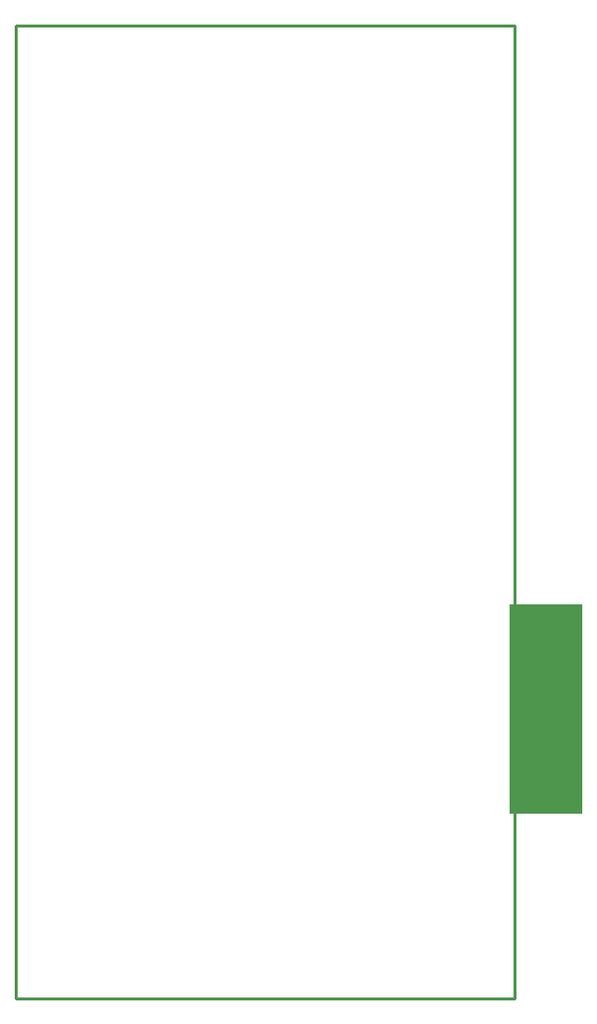
<source format=gbr>
%TF.GenerationSoftware,Altium Limited,Altium Designer,25.7.1 (20)*%
G04 Layer_Color=16711935*
%FSLAX45Y45*%
%MOMM*%
%TF.SameCoordinates,6DC23F8A-9C4A-45C2-95F2-439E2FAEE1B8*%
%TF.FilePolarity,Positive*%
%TF.FileFunction,Keep-out,Top*%
%TF.Part,Single*%
G01*
G75*
%TA.AperFunction,NonConductor*%
%ADD45C,0.25400*%
G36*
X17772000Y7403300D02*
Y5603300D01*
X18402000D01*
Y7403300D01*
X17772000D01*
D02*
G37*
D45*
X13512801Y4013200D02*
X17818100D01*
X13512801Y12395200D02*
X17818100D01*
Y4013200D02*
Y12395200D01*
X13512801Y4013200D02*
Y12395200D01*
%TF.MD5,2f11b3d1766d2eebbb6e27c03af3eeee*%
M02*

</source>
